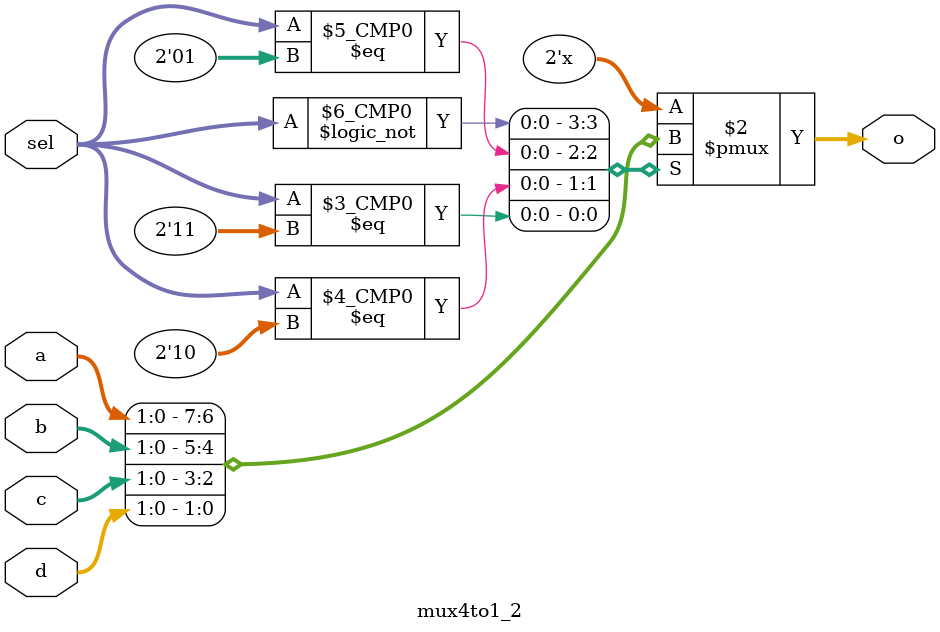
<source format=v>
`timescale 1ns / 1ps
module mux4to1_2(
input [1:0] sel,
	input [1:0] a,
	input [1:0] b,
	input [1:0] c,
	input [1:0] d,
	output reg[1:0] o );
	
	always @* begin
		case(sel)
			'b00: o = a;
			'b01: o = b;
			'b10: o = c;
			'b11: o = d;
		endcase
	end

endmodule


</source>
